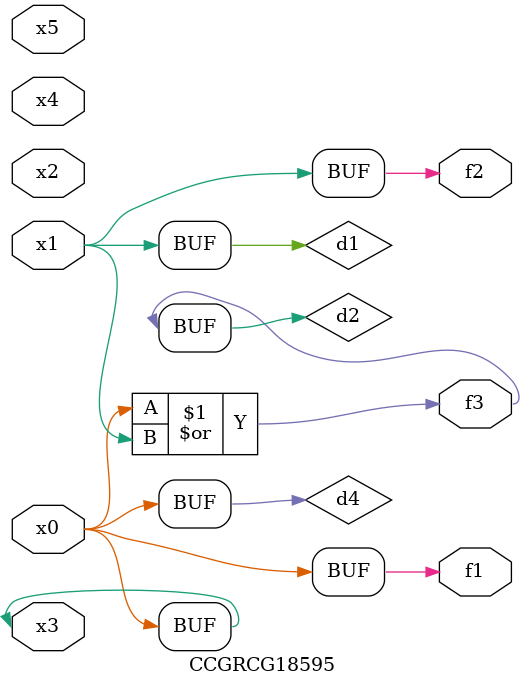
<source format=v>
module CCGRCG18595(
	input x0, x1, x2, x3, x4, x5,
	output f1, f2, f3
);

	wire d1, d2, d3, d4;

	and (d1, x1);
	or (d2, x0, x1);
	nand (d3, x0, x5);
	buf (d4, x0, x3);
	assign f1 = d4;
	assign f2 = d1;
	assign f3 = d2;
endmodule

</source>
